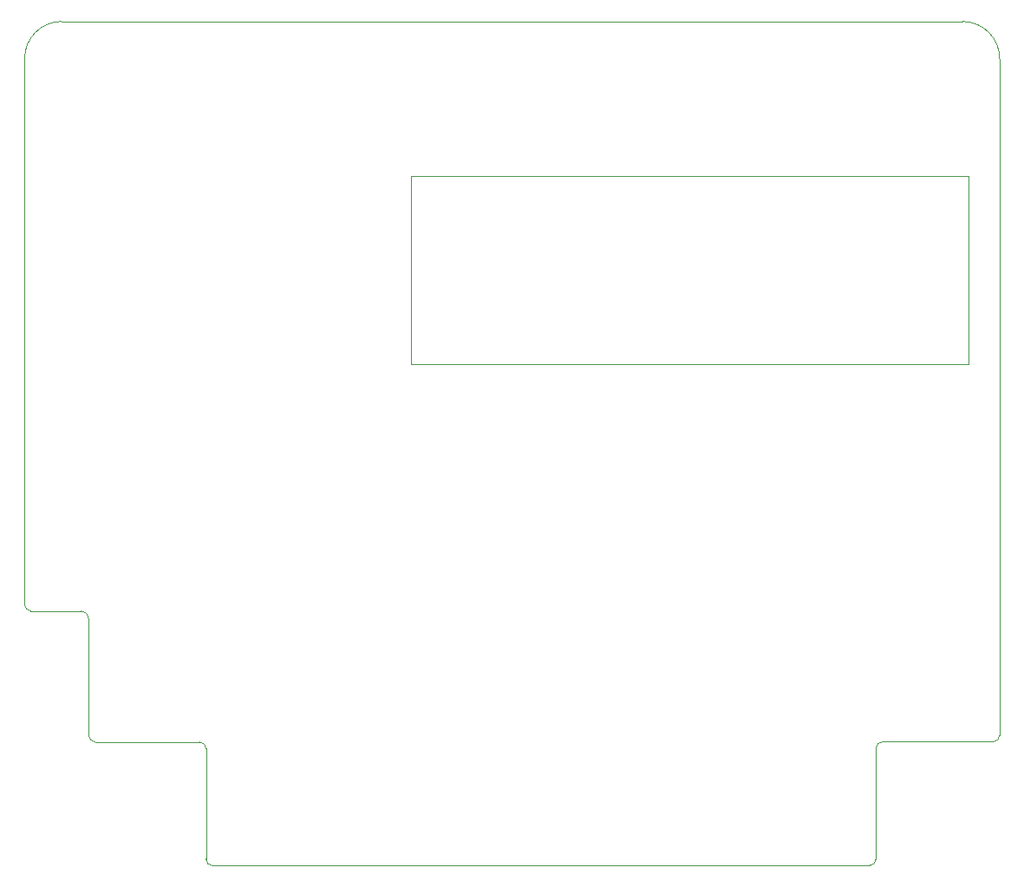
<source format=gm1>
G04 #@! TF.GenerationSoftware,KiCad,Pcbnew,9.0.2*
G04 #@! TF.CreationDate,2025-06-08T15:26:52+09:00*
G04 #@! TF.ProjectId,vdp_cartridge,7664705f-6361-4727-9472-696467652e6b,rev?*
G04 #@! TF.SameCoordinates,Original*
G04 #@! TF.FileFunction,Profile,NP*
%FSLAX46Y46*%
G04 Gerber Fmt 4.6, Leading zero omitted, Abs format (unit mm)*
G04 Created by KiCad (PCBNEW 9.0.2) date 2025-06-08 15:26:52*
%MOMM*%
%LPD*%
G01*
G04 APERTURE LIST*
G04 #@! TA.AperFunction,Profile*
%ADD10C,0.050000*%
G04 #@! TD*
G04 APERTURE END LIST*
D10*
X93985400Y-98461400D02*
X148392200Y-98461400D01*
X148392200Y-116876400D01*
X93985400Y-116876400D01*
X93985400Y-98461400D01*
X147805400Y-83401400D02*
G75*
G02*
X151454000Y-87050000I0J-3648600D01*
G01*
X151454000Y-136927000D02*
X151454000Y-87050000D01*
X56244000Y-87002800D02*
G75*
G02*
X59842604Y-83404200I3598600J0D01*
G01*
X56244000Y-87002800D02*
X56244000Y-136917000D01*
X147805400Y-83401400D02*
X59842604Y-83401400D01*
X56244000Y-136917000D02*
X56239655Y-140349400D01*
X56834400Y-140974377D02*
X61765400Y-140974377D01*
X62490413Y-153133387D02*
X62490413Y-141703387D01*
X73319000Y-153772000D02*
X63159000Y-153772000D01*
X73954000Y-165202000D02*
X73954000Y-154407000D01*
X138724000Y-165837000D02*
X74589000Y-165837000D01*
X139359001Y-154407000D02*
X139359000Y-165202000D01*
X150814535Y-153742969D02*
X140019535Y-153742970D01*
X151454000Y-136927000D02*
X151458970Y-153099400D01*
X56834400Y-140974377D02*
G75*
G02*
X56239655Y-140349400I31001J624978D01*
G01*
X61765400Y-140974377D02*
G75*
G02*
X62490412Y-141703387I-1J-725024D01*
G01*
X63158969Y-153775211D02*
G75*
G02*
X62490414Y-153133387I6431J675811D01*
G01*
X73319000Y-153772000D02*
G75*
G02*
X73954000Y-154407000I1J-634999D01*
G01*
X74589000Y-165837000D02*
G75*
G02*
X73954000Y-165202000I-1J634999D01*
G01*
X139359000Y-165202000D02*
G75*
G02*
X138724000Y-165837000I-635000J0D01*
G01*
X139359001Y-154407000D02*
G75*
G02*
X140019535Y-153742970I656399J7600D01*
G01*
X151458970Y-153099400D02*
G75*
G02*
X150814535Y-153742969I-643570J0D01*
G01*
M02*

</source>
